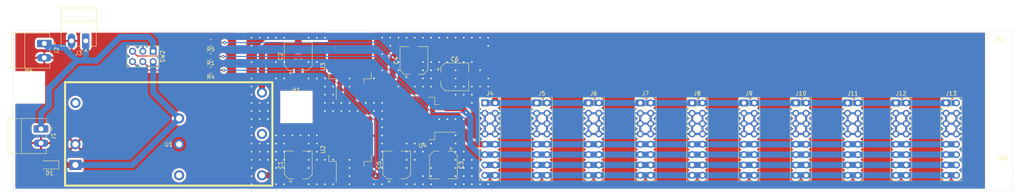
<source format=kicad_pcb>
(kicad_pcb (version 20171130) (host pcbnew "(5.1.4)-1")
  (layers (0 F.Cu signal) (31 B.Cu signal) (34 B.Paste user) (35 F.Paste user) (36 B.SilkS user) (37 F.SilkS user) (38 B.Mask user) (39 F.Mask user) (44 Edge.Cuts user))
  (net 0 "")
  (net 1 0V)
  (net 2 +12V)
  (net 3 -12V)
  (net 4 GND)
  (net 5 "Net-(J1-Pad1)")
  (net 6 "Net-(R1-Pad2)")
  (net 7 +5V)
  (net 8 Gate)
  (net 9 CV)
  (net 10 +15V)
  (net 11 -15V)
  (net 12 VIN)
  (net 13 "Net-(R4-Pad2)")
  (net 14 "Net-(R5-Pad2)")
  (module Package_TO_SOT_SMD:TO-263-2 (layer F.Cu) (at 126.83 73.92 180)
    (fp_text reference U4 (at 0 -6.65) (layer F.SilkS))
    (fp_text value LM7805_TO220)
    (pad 2 smd rect (at 3.375 0 180) (size 9.4 10.8) (layers F.Cu F.Mask) (net 1 0V))
    (pad 3 smd rect (at -5.775 2.54 180) (size 4.6 1.1) (layers F.Cu F.Paste F.Mask) (net 7 +5V))
    (pad 1 smd rect (at -5.775 -2.54 180) (size 4.6 1.1) (layers F.Cu F.Paste F.Mask) (net 2 +12V))
  )
  (module Package_TO_SOT_SMD:TO-263-2 (layer F.Cu) (at 109.05 61.22 90)
    (fp_text reference U3 (at 0 -6.65 90) (layer F.SilkS))
    (fp_text value LM7912_TO220)
    (pad 2 smd rect (at 3.375 0 90) (size 9.4 10.8) (layers F.Cu F.Mask) (net 11 -15V))
    (pad 3 smd rect (at -5.775 2.54 90) (size 4.6 1.1) (layers F.Cu F.Paste F.Mask) (net 3 -12V))
    (pad 1 smd rect (at -5.775 -2.54 90) (size 4.6 1.1) (layers F.Cu F.Paste F.Mask) (net 1 0V))
  )
  (module Package_TO_SOT_SMD:TO-263-2 (layer F.Cu) (at 109.05 81.54 90)
    (fp_text reference U2 (at 0 -6.65 90) (layer F.SilkS))
    (fp_text value LM7812_TO220)
    (pad 2 smd rect (at 3.375 0 90) (size 9.4 10.8) (layers F.Cu F.Mask) (net 1 0V))
    (pad 3 smd rect (at -5.775 2.54 90) (size 4.6 1.1) (layers F.Cu F.Paste F.Mask) (net 2 +12V))
    (pad 1 smd rect (at -5.775 -2.54 90) (size 4.6 1.1) (layers F.Cu F.Paste F.Mask) (net 10 +15V))
  )
  (module Resistor_SMD:R_0805_2012Metric_Pad1.15x1.40mm_HandSolder (layer F.Cu) (at 74.9 55.29 180)
    (fp_text reference R5 (at 0 -1.65) (layer F.SilkS))
    (fp_text value R)
    (pad 2 smd roundrect (at 1.025 0 180) (size 1.15 1.4) (layers F.Cu F.Paste F.Mask) (roundrect_rratio 0.217391) (net 14 "Net-(R5-Pad2)"))
    (pad 1 smd roundrect (at -1.025 0 180) (size 1.15 1.4) (layers F.Cu F.Paste F.Mask) (roundrect_rratio 0.217391) (net 3 -12V))
  )
  (module Resistor_SMD:R_0805_2012Metric_Pad1.15x1.40mm_HandSolder (layer F.Cu) (at 74.9 62.09 180)
    (fp_text reference R4 (at 0 -1.65) (layer F.SilkS))
    (fp_text value R)
    (pad 2 smd roundrect (at 1.025 0 180) (size 1.15 1.4) (layers F.Cu F.Paste F.Mask) (roundrect_rratio 0.217391) (net 13 "Net-(R4-Pad2)"))
    (pad 1 smd roundrect (at -1.025 0 180) (size 1.15 1.4) (layers F.Cu F.Paste F.Mask) (roundrect_rratio 0.217391) (net 2 +12V))
  )
  (module Resistor_SMD:R_0805_2012Metric_Pad1.15x1.40mm_HandSolder (layer F.Cu) (at 74.9 58.69 180)
    (fp_text reference R1 (at 0 -1.65) (layer F.SilkS))
    (fp_text value R)
    (pad 2 smd roundrect (at 1.025 0 180) (size 1.15 1.4) (layers F.Cu F.Paste F.Mask) (roundrect_rratio 0.217391) (net 6 "Net-(R1-Pad2)"))
    (pad 1 smd roundrect (at -1.025 0 180) (size 1.15 1.4) (layers F.Cu F.Paste F.Mask) (roundrect_rratio 0.217391) (net 7 +5V))
  )
  (module Diode_SMD:D_SOD-123 (layer F.Cu) (at 35.39 85.35 180)
    (fp_text reference D1 (at 0 -2) (layer F.SilkS))
    (fp_text value 1N5406RLG)
    (pad 2 smd rect (at 1.65 0 180) (size 0.9 1.2) (layers F.Cu F.Paste F.Mask) (net 4 GND))
    (pad 1 smd rect (at -1.65 0 180) (size 0.9 1.2) (layers F.Cu F.Paste F.Mask) (net 12 VIN))
  )
  (module Capacitor_SMD:CP_Elec_6.3x4.9 (layer F.Cu) (at 134.7 63.69)
    (fp_text reference C6 (at 0 -4.35) (layer F.SilkS))
    (fp_text value 330n)
    (pad 2 smd roundrect (at 2.8 0) (size 3.5 1.6) (layers F.Cu F.Paste F.Mask) (roundrect_rratio 0.15625) (net 1 0V))
    (pad 1 smd roundrect (at -2.8 0) (size 3.5 1.6) (layers F.Cu F.Paste F.Mask) (roundrect_rratio 0.15625) (net 7 +5V))
  )
  (module Capacitor_SMD:CP_Elec_6.3x4.9 (layer F.Cu) (at 120.48 85.35 90)
    (fp_text reference C5 (at 0 -4.35 90) (layer F.SilkS))
    (fp_text value 330n)
    (pad 2 smd roundrect (at 2.8 0 90) (size 3.5 1.6) (layers F.Cu F.Paste F.Mask) (roundrect_rratio 0.15625) (net 1 0V))
    (pad 1 smd roundrect (at -2.8 0 90) (size 3.5 1.6) (layers F.Cu F.Paste F.Mask) (roundrect_rratio 0.15625) (net 2 +12V))
  )
  (module Capacitor_SMD:CP_Elec_6.3x4.9 (layer F.Cu) (at 124.7 59.69 90)
    (fp_text reference C4 (at 0 -4.35 90) (layer F.SilkS))
    (fp_text value 330n)
    (pad 2 smd roundrect (at 2.8 0 90) (size 3.5 1.6) (layers F.Cu F.Paste F.Mask) (roundrect_rratio 0.15625) (net 3 -12V))
    (pad 1 smd roundrect (at -2.8 0 90) (size 3.5 1.6) (layers F.Cu F.Paste F.Mask) (roundrect_rratio 0.15625) (net 1 0V))
  )
  (module Capacitor_SMD:CP_Elec_6.3x4.9 (layer F.Cu) (at 131.91 85.35 270)
    (fp_text reference C3 (at 0 -4.35 90) (layer F.SilkS))
    (fp_text value 330n)
    (pad 2 smd roundrect (at 2.8 0 270) (size 3.5 1.6) (layers F.Cu F.Paste F.Mask) (roundrect_rratio 0.15625) (net 1 0V))
    (pad 1 smd roundrect (at -2.8 0 270) (size 3.5 1.6) (layers F.Cu F.Paste F.Mask) (roundrect_rratio 0.15625) (net 2 +12V))
  )
  (module Capacitor_SMD:CP_Elec_6.3x4.9 (layer F.Cu) (at 96.35 58.68 90)
    (fp_text reference C2 (at 0 -4.35 90) (layer F.SilkS))
    (fp_text value 330n)
    (pad 2 smd roundrect (at 2.8 0 90) (size 3.5 1.6) (layers F.Cu F.Paste F.Mask) (roundrect_rratio 0.15625) (net 11 -15V))
    (pad 1 smd roundrect (at -2.8 0 90) (size 3.5 1.6) (layers F.Cu F.Paste F.Mask) (roundrect_rratio 0.15625) (net 1 0V))
  )
  (module Capacitor_SMD:CP_Elec_6.3x4.9 (layer F.Cu) (at 96.35 85.35 90)
    (fp_text reference C1 (at 0 -4.35 90) (layer F.SilkS))
    (fp_text value 330n)
    (pad 2 smd roundrect (at 2.8 0 90) (size 3.5 1.6) (layers F.Cu F.Paste F.Mask) (roundrect_rratio 0.15625) (net 1 0V))
    (pad 1 smd roundrect (at -2.8 0 90) (size 3.5 1.6) (layers F.Cu F.Paste F.Mask) (roundrect_rratio 0.15625) (net 10 +15V))
  )
  (module Connector_PinHeader_2.54mm:PinHeader_2x03_P2.54mm_Vertical (layer F.Cu) (at 60.79 57.41 270)
    (fp_text reference SW2 (at 1.27 -2.33 90) (layer F.SilkS))
    (fp_text value Conn_02x03_Odd_Even)
    (pad 6 thru_hole oval (at 2.54 5.08 270) (size 1.7 1.7) (drill 1) (layers *.Cu *.Mask) (net 13 "Net-(R4-Pad2)"))
    (pad 5 thru_hole oval (at 0 5.08 270) (size 1.7 1.7) (drill 1) (layers *.Cu *.Mask) (net 14 "Net-(R5-Pad2)"))
    (pad 4 thru_hole oval (at 2.54 2.54 270) (size 1.7 1.7) (drill 1) (layers *.Cu *.Mask) (net 6 "Net-(R1-Pad2)"))
    (pad 3 thru_hole oval (at 0 2.54 270) (size 1.7 1.7) (drill 1) (layers *.Cu *.Mask) (net 1 0V))
    (pad 2 thru_hole oval (at 2.54 0 270) (size 1.7 1.7) (drill 1) (layers *.Cu *.Mask) (net 12 VIN))
    (pad 1 thru_hole rect (at 0 0 270) (size 1.7 1.7) (drill 1) (layers *.Cu *.Mask) (net 5 "Net-(J1-Pad1)"))
  )
  (module MountingHole:MountingHole_3.2mm_M3 (layer F.Cu) (at 30.31 66.3)
    (fp_text reference H4 (at 0 -4.2) (layer F.SilkS))
    (fp_text value MountingHole)
    (pad 1 np_thru_hole circle (at 0 0) (size 3.2 3.2) (drill 3.2) (layers *.Cu *.Mask))
  )
  (module MountingHole:MountingHole_3.2mm_M3 (layer F.Cu) (at 269.07 87.89)
    (fp_text reference H3 (at 0 -4.2) (layer F.SilkS))
    (fp_text value MountingHole)
    (pad 1 np_thru_hole circle (at 0 0) (size 3.2 3.2) (drill 3.2) (layers *.Cu *.Mask))
  )
  (module MountingHole:MountingHole_3.2mm_M3 (layer F.Cu) (at 268.435 58.68)
    (fp_text reference H2 (at 0 -4.2) (layer F.SilkS))
    (fp_text value MountingHole)
    (pad 1 np_thru_hole circle (at 0 0) (size 3.2 3.2) (drill 3.2) (layers *.Cu *.Mask))
  )
  (module MountingHole:MountingHole_3.2mm_M3 (layer F.Cu) (at 95.9 71.09)
    (fp_text reference H1 (at 0 -4.2) (layer F.SilkS))
    (fp_text value MountingHole)
    (pad 1 np_thru_hole circle (at 0 0) (size 3.2 3.2) (drill 3.2) (layers *.Cu *.Mask))
  )
  (module Connector_Phoenix_MC:PhoenixContact_MC_1,5_2-G-3.5_1x02_P3.50mm_Horizontal (layer F.Cu) (at 44.28 54.87 180)
    (fp_text reference J3 (at 1.75 -3) (layer F.SilkS))
    (fp_text value Conn_01x02_Male)
    (pad 2 thru_hole oval (at 3.5 0 180) (size 1.8 3.6) (drill 1.2) (layers *.Cu *.Mask) (net 4 GND))
    (pad 1 thru_hole roundrect (at 0 0 180) (size 1.8 3.6) (drill 1.2) (layers *.Cu *.Mask) (roundrect_rratio 0.138889) (net 5 "Net-(J1-Pad1)"))
  )
  (module Connector_Phoenix_MC:PhoenixContact_MC_1,5_2-G-3.5_1x02_P3.50mm_Horizontal (layer F.Cu) (at 34.12 55.505 270)
    (fp_text reference J2 (at 1.75 -3 90) (layer F.SilkS))
    (fp_text value Conn_01x02_Male)
    (pad 2 thru_hole oval (at 3.5 0 270) (size 1.8 3.6) (drill 1.2) (layers *.Cu *.Mask) (net 4 GND))
    (pad 1 thru_hole roundrect (at 0 0 270) (size 1.8 3.6) (drill 1.2) (layers *.Cu *.Mask) (roundrect_rratio 0.138889) (net 5 "Net-(J1-Pad1)"))
  )
  (module Connector_Phoenix_MC:PhoenixContact_MC_1,5_2-G-3.5_1x02_P3.50mm_Horizontal (layer F.Cu) (at 33.3 76.49 270)
    (fp_text reference J1 (at 1.75 -3 90) (layer F.SilkS))
    (fp_text value Conn_01x02_Male)
    (pad 2 thru_hole oval (at 3.5 0 270) (size 1.8 3.6) (drill 1.2) (layers *.Cu *.Mask) (net 4 GND))
    (pad 1 thru_hole roundrect (at 0 0 270) (size 1.8 3.6) (drill 1.2) (layers *.Cu *.Mask) (roundrect_rratio 0.138889) (net 5 "Net-(J1-Pad1)"))
  )
  (module Connector_PinHeader_2.54mm:PinHeader_2x08_P2.54mm_Vertical (layer F.Cu) (at 255.1 70.11)
    (fp_text reference J13 (at 1.27 -2.33) (layer F.SilkS))
    (fp_text value Conn_02x08_Odd_Even)
    (pad 16 thru_hole oval (at 2.54 17.78) (size 1.7 1.7) (drill 1) (layers *.Cu *.Mask) (net 8 Gate))
    (pad 15 thru_hole oval (at 0 17.78) (size 1.7 1.7) (drill 1) (layers *.Cu *.Mask) (net 8 Gate))
    (pad 14 thru_hole oval (at 2.54 15.24) (size 1.7 1.7) (drill 1) (layers *.Cu *.Mask) (net 9 CV))
    (pad 13 thru_hole oval (at 0 15.24) (size 1.7 1.7) (drill 1) (layers *.Cu *.Mask) (net 9 CV))
    (pad 12 thru_hole oval (at 2.54 12.7) (size 1.7 1.7) (drill 1) (layers *.Cu *.Mask) (net 7 +5V))
    (pad 11 thru_hole oval (at 0 12.7) (size 1.7 1.7) (drill 1) (layers *.Cu *.Mask) (net 7 +5V))
    (pad 10 thru_hole oval (at 2.54 10.16) (size 1.7 1.7) (drill 1) (layers *.Cu *.Mask) (net 2 +12V))
    (pad 9 thru_hole oval (at 0 10.16) (size 1.7 1.7) (drill 1) (layers *.Cu *.Mask) (net 2 +12V))
    (pad 8 thru_hole oval (at 2.54 7.62) (size 1.7 1.7) (drill 1) (layers *.Cu *.Mask) (net 1 0V))
    (pad 7 thru_hole oval (at 0 7.62) (size 1.7 1.7) (drill 1) (layers *.Cu *.Mask) (net 1 0V))
    (pad 6 thru_hole oval (at 2.54 5.08) (size 1.7 1.7) (drill 1) (layers *.Cu *.Mask) (net 1 0V))
    (pad 5 thru_hole oval (at 0 5.08) (size 1.7 1.7) (drill 1) (layers *.Cu *.Mask) (net 1 0V))
    (pad 4 thru_hole oval (at 2.54 2.54) (size 1.7 1.7) (drill 1) (layers *.Cu *.Mask) (net 1 0V))
    (pad 3 thru_hole oval (at 0 2.54) (size 1.7 1.7) (drill 1) (layers *.Cu *.Mask) (net 1 0V))
    (pad 2 thru_hole oval (at 2.54 0) (size 1.7 1.7) (drill 1) (layers *.Cu *.Mask) (net 3 -12V))
    (pad 1 thru_hole rect (at 0 0) (size 1.7 1.7) (drill 1) (layers *.Cu *.Mask) (net 3 -12V))
  )
  (module Connector_PinHeader_2.54mm:PinHeader_2x08_P2.54mm_Vertical (layer F.Cu) (at 242.804759 70.11)
    (fp_text reference J12 (at 1.27 -2.33) (layer F.SilkS))
    (fp_text value Conn_02x08_Odd_Even)
    (pad 16 thru_hole oval (at 2.54 17.78) (size 1.7 1.7) (drill 1) (layers *.Cu *.Mask) (net 8 Gate))
    (pad 15 thru_hole oval (at 0 17.78) (size 1.7 1.7) (drill 1) (layers *.Cu *.Mask) (net 8 Gate))
    (pad 14 thru_hole oval (at 2.54 15.24) (size 1.7 1.7) (drill 1) (layers *.Cu *.Mask) (net 9 CV))
    (pad 13 thru_hole oval (at 0 15.24) (size 1.7 1.7) (drill 1) (layers *.Cu *.Mask) (net 9 CV))
    (pad 12 thru_hole oval (at 2.54 12.7) (size 1.7 1.7) (drill 1) (layers *.Cu *.Mask) (net 7 +5V))
    (pad 11 thru_hole oval (at 0 12.7) (size 1.7 1.7) (drill 1) (layers *.Cu *.Mask) (net 7 +5V))
    (pad 10 thru_hole oval (at 2.54 10.16) (size 1.7 1.7) (drill 1) (layers *.Cu *.Mask) (net 2 +12V))
    (pad 9 thru_hole oval (at 0 10.16) (size 1.7 1.7) (drill 1) (layers *.Cu *.Mask) (net 2 +12V))
    (pad 8 thru_hole oval (at 2.54 7.62) (size 1.7 1.7) (drill 1) (layers *.Cu *.Mask) (net 1 0V))
    (pad 7 thru_hole oval (at 0 7.62) (size 1.7 1.7) (drill 1) (layers *.Cu *.Mask) (net 1 0V))
    (pad 6 thru_hole oval (at 2.54 5.08) (size 1.7 1.7) (drill 1) (layers *.Cu *.Mask) (net 1 0V))
    (pad 5 thru_hole oval (at 0 5.08) (size 1.7 1.7) (drill 1) (layers *.Cu *.Mask) (net 1 0V))
    (pad 4 thru_hole oval (at 2.54 2.54) (size 1.7 1.7) (drill 1) (layers *.Cu *.Mask) (net 1 0V))
    (pad 3 thru_hole oval (at 0 2.54) (size 1.7 1.7) (drill 1) (layers *.Cu *.Mask) (net 1 0V))
    (pad 2 thru_hole oval (at 2.54 0) (size 1.7 1.7) (drill 1) (layers *.Cu *.Mask) (net 3 -12V))
    (pad 1 thru_hole rect (at 0 0) (size 1.7 1.7) (drill 1) (layers *.Cu *.Mask) (net 3 -12V))
  )
  (module Connector_PinHeader_2.54mm:PinHeader_2x08_P2.54mm_Vertical (layer F.Cu) (at 230.97 70.11)
    (fp_text reference J11 (at 1.27 -2.33) (layer F.SilkS))
    (fp_text value Conn_02x08_Odd_Even)
    (pad 16 thru_hole oval (at 2.54 17.78) (size 1.7 1.7) (drill 1) (layers *.Cu *.Mask) (net 8 Gate))
    (pad 15 thru_hole oval (at 0 17.78) (size 1.7 1.7) (drill 1) (layers *.Cu *.Mask) (net 8 Gate))
    (pad 14 thru_hole oval (at 2.54 15.24) (size 1.7 1.7) (drill 1) (layers *.Cu *.Mask) (net 9 CV))
    (pad 13 thru_hole oval (at 0 15.24) (size 1.7 1.7) (drill 1) (layers *.Cu *.Mask) (net 9 CV))
    (pad 12 thru_hole oval (at 2.54 12.7) (size 1.7 1.7) (drill 1) (layers *.Cu *.Mask) (net 7 +5V))
    (pad 11 thru_hole oval (at 0 12.7) (size 1.7 1.7) (drill 1) (layers *.Cu *.Mask) (net 7 +5V))
    (pad 10 thru_hole oval (at 2.54 10.16) (size 1.7 1.7) (drill 1) (layers *.Cu *.Mask) (net 2 +12V))
    (pad 9 thru_hole oval (at 0 10.16) (size 1.7 1.7) (drill 1) (layers *.Cu *.Mask) (net 2 +12V))
    (pad 8 thru_hole oval (at 2.54 7.62) (size 1.7 1.7) (drill 1) (layers *.Cu *.Mask) (net 1 0V))
    (pad 7 thru_hole oval (at 0 7.62) (size 1.7 1.7) (drill 1) (layers *.Cu *.Mask) (net 1 0V))
    (pad 6 thru_hole oval (at 2.54 5.08) (size 1.7 1.7) (drill 1) (layers *.Cu *.Mask) (net 1 0V))
    (pad 5 thru_hole oval (at 0 5.08) (size 1.7 1.7) (drill 1) (layers *.Cu *.Mask) (net 1 0V))
    (pad 4 thru_hole oval (at 2.54 2.54) (size 1.7 1.7) (drill 1) (layers *.Cu *.Mask) (net 1 0V))
    (pad 3 thru_hole oval (at 0 2.54) (size 1.7 1.7) (drill 1) (layers *.Cu *.Mask) (net 1 0V))
    (pad 2 thru_hole oval (at 2.54 0) (size 1.7 1.7) (drill 1) (layers *.Cu *.Mask) (net 3 -12V))
    (pad 1 thru_hole rect (at 0 0) (size 1.7 1.7) (drill 1) (layers *.Cu *.Mask) (net 3 -12V))
  )
  (module Connector_PinHeader_2.54mm:PinHeader_2x08_P2.54mm_Vertical (layer F.Cu) (at 218.27 70.11)
    (fp_text reference J10 (at 1.27 -2.33) (layer F.SilkS))
    (fp_text value Conn_02x08_Odd_Even)
    (pad 16 thru_hole oval (at 2.54 17.78) (size 1.7 1.7) (drill 1) (layers *.Cu *.Mask) (net 8 Gate))
    (pad 15 thru_hole oval (at 0 17.78) (size 1.7 1.7) (drill 1) (layers *.Cu *.Mask) (net 8 Gate))
    (pad 14 thru_hole oval (at 2.54 15.24) (size 1.7 1.7) (drill 1) (layers *.Cu *.Mask) (net 9 CV))
    (pad 13 thru_hole oval (at 0 15.24) (size 1.7 1.7) (drill 1) (layers *.Cu *.Mask) (net 9 CV))
    (pad 12 thru_hole oval (at 2.54 12.7) (size 1.7 1.7) (drill 1) (layers *.Cu *.Mask) (net 7 +5V))
    (pad 11 thru_hole oval (at 0 12.7) (size 1.7 1.7) (drill 1) (layers *.Cu *.Mask) (net 7 +5V))
    (pad 10 thru_hole oval (at 2.54 10.16) (size 1.7 1.7) (drill 1) (layers *.Cu *.Mask) (net 2 +12V))
    (pad 9 thru_hole oval (at 0 10.16) (size 1.7 1.7) (drill 1) (layers *.Cu *.Mask) (net 2 +12V))
    (pad 8 thru_hole oval (at 2.54 7.62) (size 1.7 1.7) (drill 1) (layers *.Cu *.Mask) (net 1 0V))
    (pad 7 thru_hole oval (at 0 7.62) (size 1.7 1.7) (drill 1) (layers *.Cu *.Mask) (net 1 0V))
    (pad 6 thru_hole oval (at 2.54 5.08) (size 1.7 1.7) (drill 1) (layers *.Cu *.Mask) (net 1 0V))
    (pad 5 thru_hole oval (at 0 5.08) (size 1.7 1.7) (drill 1) (layers *.Cu *.Mask) (net 1 0V))
    (pad 4 thru_hole oval (at 2.54 2.54) (size 1.7 1.7) (drill 1) (layers *.Cu *.Mask) (net 1 0V))
    (pad 3 thru_hole oval (at 0 2.54) (size 1.7 1.7) (drill 1) (layers *.Cu *.Mask) (net 1 0V))
    (pad 2 thru_hole oval (at 2.54 0) (size 1.7 1.7) (drill 1) (layers *.Cu *.Mask) (net 3 -12V))
    (pad 1 thru_hole rect (at 0 0) (size 1.7 1.7) (drill 1) (layers *.Cu *.Mask) (net 3 -12V))
  )
  (module Connector_PinHeader_2.54mm:PinHeader_2x08_P2.54mm_Vertical (layer F.Cu) (at 205.57 70.11)
    (fp_text reference J9 (at 1.27 -2.33) (layer F.SilkS))
    (fp_text value Conn_02x08_Odd_Even)
    (pad 16 thru_hole oval (at 2.54 17.78) (size 1.7 1.7) (drill 1) (layers *.Cu *.Mask) (net 8 Gate))
    (pad 15 thru_hole oval (at 0 17.78) (size 1.7 1.7) (drill 1) (layers *.Cu *.Mask) (net 8 Gate))
    (pad 14 thru_hole oval (at 2.54 15.24) (size 1.7 1.7) (drill 1) (layers *.Cu *.Mask) (net 9 CV))
    (pad 13 thru_hole oval (at 0 15.24) (size 1.7 1.7) (drill 1) (layers *.Cu *.Mask) (net 9 CV))
    (pad 12 thru_hole oval (at 2.54 12.7) (size 1.7 1.7) (drill 1) (layers *.Cu *.Mask) (net 7 +5V))
    (pad 11 thru_hole oval (at 0 12.7) (size 1.7 1.7) (drill 1) (layers *.Cu *.Mask) (net 7 +5V))
    (pad 10 thru_hole oval (at 2.54 10.16) (size 1.7 1.7) (drill 1) (layers *.Cu *.Mask) (net 2 +12V))
    (pad 9 thru_hole oval (at 0 10.16) (size 1.7 1.7) (drill 1) (layers *.Cu *.Mask) (net 2 +12V))
    (pad 8 thru_hole oval (at 2.54 7.62) (size 1.7 1.7) (drill 1) (layers *.Cu *.Mask) (net 1 0V))
    (pad 7 thru_hole oval (at 0 7.62) (size 1.7 1.7) (drill 1) (layers *.Cu *.Mask) (net 1 0V))
    (pad 6 thru_hole oval (at 2.54 5.08) (size 1.7 1.7) (drill 1) (layers *.Cu *.Mask) (net 1 0V))
    (pad 5 thru_hole oval (at 0 5.08) (size 1.7 1.7) (drill 1) (layers *.Cu *.Mask) (net 1 0V))
    (pad 4 thru_hole oval (at 2.54 2.54) (size 1.7 1.7) (drill 1) (layers *.Cu *.Mask) (net 1 0V))
    (pad 3 thru_hole oval (at 0 2.54) (size 1.7 1.7) (drill 1) (layers *.Cu *.Mask) (net 1 0V))
    (pad 2 thru_hole oval (at 2.54 0) (size 1.7 1.7) (drill 1) (layers *.Cu *.Mask) (net 3 -12V))
    (pad 1 thru_hole rect (at 0 0) (size 1.7 1.7) (drill 1) (layers *.Cu *.Mask) (net 3 -12V))
  )
  (module Connector_PinHeader_2.54mm:PinHeader_2x08_P2.54mm_Vertical (layer F.Cu) (at 192.87 70.11)
    (fp_text reference J8 (at 1.27 -2.33) (layer F.SilkS))
    (fp_text value Conn_02x08_Odd_Even)
    (pad 16 thru_hole oval (at 2.54 17.78) (size 1.7 1.7) (drill 1) (layers *.Cu *.Mask) (net 8 Gate))
    (pad 15 thru_hole oval (at 0 17.78) (size 1.7 1.7) (drill 1) (layers *.Cu *.Mask) (net 8 Gate))
    (pad 14 thru_hole oval (at 2.54 15.24) (size 1.7 1.7) (drill 1) (layers *.Cu *.Mask) (net 9 CV))
    (pad 13 thru_hole oval (at 0 15.24) (size 1.7 1.7) (drill 1) (layers *.Cu *.Mask) (net 9 CV))
    (pad 12 thru_hole oval (at 2.54 12.7) (size 1.7 1.7) (drill 1) (layers *.Cu *.Mask) (net 7 +5V))
    (pad 11 thru_hole oval (at 0 12.7) (size 1.7 1.7) (drill 1) (layers *.Cu *.Mask) (net 7 +5V))
    (pad 10 thru_hole oval (at 2.54 10.16) (size 1.7 1.7) (drill 1) (layers *.Cu *.Mask) (net 2 +12V))
    (pad 9 thru_hole oval (at 0 10.16) (size 1.7 1.7) (drill 1) (layers *.Cu *.Mask) (net 2 +12V))
    (pad 8 thru_hole oval (at 2.54 7.62) (size 1.7 1.7) (drill 1) (layers *.Cu *.Mask) (net 1 0V))
    (pad 7 thru_hole oval (at 0 7.62) (size 1.7 1.7) (drill 1) (layers *.Cu *.Mask) (net 1 0V))
    (pad 6 thru_hole oval (at 2.54 5.08) (size 1.7 1.7) (drill 1) (layers *.Cu *.Mask) (net 1 0V))
    (pad 5 thru_hole oval (at 0 5.08) (size 1.7 1.7) (drill 1) (layers *.Cu *.Mask) (net 1 0V))
    (pad 4 thru_hole oval (at 2.54 2.54) (size 1.7 1.7) (drill 1) (layers *.Cu *.Mask) (net 1 0V))
    (pad 3 thru_hole oval (at 0 2.54) (size 1.7 1.7) (drill 1) (layers *.Cu *.Mask) (net 1 0V))
    (pad 2 thru_hole oval (at 2.54 0) (size 1.7 1.7) (drill 1) (layers *.Cu *.Mask) (net 3 -12V))
    (pad 1 thru_hole rect (at 0 0) (size 1.7 1.7) (drill 1) (layers *.Cu *.Mask) (net 3 -12V))
  )
  (module Connector_PinHeader_2.54mm:PinHeader_2x08_P2.54mm_Vertical (layer F.Cu) (at 180.17 70.11)
    (fp_text reference J7 (at 1.27 -2.33) (layer F.SilkS))
    (fp_text value Conn_02x08_Odd_Even)
    (pad 16 thru_hole oval (at 2.54 17.78) (size 1.7 1.7) (drill 1) (layers *.Cu *.Mask) (net 8 Gate))
    (pad 15 thru_hole oval (at 0 17.78) (size 1.7 1.7) (drill 1) (layers *.Cu *.Mask) (net 8 Gate))
    (pad 14 thru_hole oval (at 2.54 15.24) (size 1.7 1.7) (drill 1) (layers *.Cu *.Mask) (net 9 CV))
    (pad 13 thru_hole oval (at 0 15.24) (size 1.7 1.7) (drill 1) (layers *.Cu *.Mask) (net 9 CV))
    (pad 12 thru_hole oval (at 2.54 12.7) (size 1.7 1.7) (drill 1) (layers *.Cu *.Mask) (net 7 +5V))
    (pad 11 thru_hole oval (at 0 12.7) (size 1.7 1.7) (drill 1) (layers *.Cu *.Mask) (net 7 +5V))
    (pad 10 thru_hole oval (at 2.54 10.16) (size 1.7 1.7) (drill 1) (layers *.Cu *.Mask) (net 2 +12V))
    (pad 9 thru_hole oval (at 0 10.16) (size 1.7 1.7) (drill 1) (layers *.Cu *.Mask) (net 2 +12V))
    (pad 8 thru_hole oval (at 2.54 7.62) (size 1.7 1.7) (drill 1) (layers *.Cu *.Mask) (net 1 0V))
    (pad 7 thru_hole oval (at 0 7.62) (size 1.7 1.7) (drill 1) (layers *.Cu *.Mask) (net 1 0V))
    (pad 6 thru_hole oval (at 2.54 5.08) (size 1.7 1.7) (drill 1) (layers *.Cu *.Mask) (net 1 0V))
    (pad 5 thru_hole oval (at 0 5.08) (size 1.7 1.7) (drill 1) (layers *.Cu *.Mask) (net 1 0V))
    (pad 4 thru_hole oval (at 2.54 2.54) (size 1.7 1.7) (drill 1) (layers *.Cu *.Mask) (net 1 0V))
    (pad 3 thru_hole oval (at 0 2.54) (size 1.7 1.7) (drill 1) (layers *.Cu *.Mask) (net 1 0V))
    (pad 2 thru_hole oval (at 2.54 0) (size 1.7 1.7) (drill 1) (layers *.Cu *.Mask) (net 3 -12V))
    (pad 1 thru_hole rect (at 0 0) (size 1.7 1.7) (drill 1) (layers *.Cu *.Mask) (net 3 -12V))
  )
  (module Connector_PinHeader_2.54mm:PinHeader_2x08_P2.54mm_Vertical (layer F.Cu) (at 167.47 70.11)
    (fp_text reference J6 (at 1.27 -2.33) (layer F.SilkS))
    (fp_text value Conn_02x08_Odd_Even)
    (pad 16 thru_hole oval (at 2.54 17.78) (size 1.7 1.7) (drill 1) (layers *.Cu *.Mask) (net 8 Gate))
    (pad 15 thru_hole oval (at 0 17.78) (size 1.7 1.7) (drill 1) (layers *.Cu *.Mask) (net 8 Gate))
    (pad 14 thru_hole oval (at 2.54 15.24) (size 1.7 1.7) (drill 1) (layers *.Cu *.Mask) (net 9 CV))
    (pad 13 thru_hole oval (at 0 15.24) (size 1.7 1.7) (drill 1) (layers *.Cu *.Mask) (net 9 CV))
    (pad 12 thru_hole oval (at 2.54 12.7) (size 1.7 1.7) (drill 1) (layers *.Cu *.Mask) (net 7 +5V))
    (pad 11 thru_hole oval (at 0 12.7) (size 1.7 1.7) (drill 1) (layers *.Cu *.Mask) (net 7 +5V))
    (pad 10 thru_hole oval (at 2.54 10.16) (size 1.7 1.7) (drill 1) (layers *.Cu *.Mask) (net 2 +12V))
    (pad 9 thru_hole oval (at 0 10.16) (size 1.7 1.7) (drill 1) (layers *.Cu *.Mask) (net 2 +12V))
    (pad 8 thru_hole oval (at 2.54 7.62) (size 1.7 1.7) (drill 1) (layers *.Cu *.Mask) (net 1 0V))
    (pad 7 thru_hole oval (at 0 7.62) (size 1.7 1.7) (drill 1) (layers *.Cu *.Mask) (net 1 0V))
    (pad 6 thru_hole oval (at 2.54 5.08) (size 1.7 1.7) (drill 1) (layers *.Cu *.Mask) (net 1 0V))
    (pad 5 thru_hole oval (at 0 5.08) (size 1.7 1.7) (drill 1) (layers *.Cu *.Mask) (net 1 0V))
    (pad 4 thru_hole oval (at 2.54 2.54) (size 1.7 1.7) (drill 1) (layers *.Cu *.Mask) (net 1 0V))
    (pad 3 thru_hole oval (at 0 2.54) (size 1.7 1.7) (drill 1) (layers *.Cu *.Mask) (net 1 0V))
    (pad 2 thru_hole oval (at 2.54 0) (size 1.7 1.7) (drill 1) (layers *.Cu *.Mask) (net 3 -12V))
    (pad 1 thru_hole rect (at 0 0) (size 1.7 1.7) (drill 1) (layers *.Cu *.Mask) (net 3 -12V))
  )
  (module Connector_PinHeader_2.54mm:PinHeader_2x08_P2.54mm_Vertical (layer F.Cu) (at 154.77 70.11)
    (fp_text reference J5 (at 1.27 -2.33) (layer F.SilkS))
    (fp_text value Conn_02x08_Odd_Even)
    (pad 16 thru_hole oval (at 2.54 17.78) (size 1.7 1.7) (drill 1) (layers *.Cu *.Mask) (net 8 Gate))
    (pad 15 thru_hole oval (at 0 17.78) (size 1.7 1.7) (drill 1) (layers *.Cu *.Mask) (net 8 Gate))
    (pad 14 thru_hole oval (at 2.54 15.24) (size 1.7 1.7) (drill 1) (layers *.Cu *.Mask) (net 9 CV))
    (pad 13 thru_hole oval (at 0 15.24) (size 1.7 1.7) (drill 1) (layers *.Cu *.Mask) (net 9 CV))
    (pad 12 thru_hole oval (at 2.54 12.7) (size 1.7 1.7) (drill 1) (layers *.Cu *.Mask) (net 7 +5V))
    (pad 11 thru_hole oval (at 0 12.7) (size 1.7 1.7) (drill 1) (layers *.Cu *.Mask) (net 7 +5V))
    (pad 10 thru_hole oval (at 2.54 10.16) (size 1.7 1.7) (drill 1) (layers *.Cu *.Mask) (net 2 +12V))
    (pad 9 thru_hole oval (at 0 10.16) (size 1.7 1.7) (drill 1) (layers *.Cu *.Mask) (net 2 +12V))
    (pad 8 thru_hole oval (at 2.54 7.62) (size 1.7 1.7) (drill 1) (layers *.Cu *.Mask) (net 1 0V))
    (pad 7 thru_hole oval (at 0 7.62) (size 1.7 1.7) (drill 1) (layers *.Cu *.Mask) (net 1 0V))
    (pad 6 thru_hole oval (at 2.54 5.08) (size 1.7 1.7) (drill 1) (layers *.Cu *.Mask) (net 1 0V))
    (pad 5 thru_hole oval (at 0 5.08) (size 1.7 1.7) (drill 1) (layers *.Cu *.Mask) (net 1 0V))
    (pad 4 thru_hole oval (at 2.54 2.54) (size 1.7 1.7) (drill 1) (layers *.Cu *.Mask) (net 1 0V))
    (pad 3 thru_hole oval (at 0 2.54) (size 1.7 1.7) (drill 1) (layers *.Cu *.Mask) (net 1 0V))
    (pad 2 thru_hole oval (at 2.54 0) (size 1.7 1.7) (drill 1) (layers *.Cu *.Mask) (net 3 -12V))
    (pad 1 thru_hole rect (at 0 0) (size 1.7 1.7) (drill 1) (layers *.Cu *.Mask) (net 3 -12V))
  )
  (module Connector_PinHeader_2.54mm:PinHeader_2x08_P2.54mm_Vertical (layer F.Cu) (at 142.07 70.11)
    (fp_text reference J4 (at 1.27 -2.33) (layer F.SilkS))
    (fp_text value Conn_02x08_Odd_Even)
    (pad 16 thru_hole oval (at 2.54 17.78) (size 1.7 1.7) (drill 1) (layers *.Cu *.Mask) (net 8 Gate))
    (pad 15 thru_hole oval (at 0 17.78) (size 1.7 1.7) (drill 1) (layers *.Cu *.Mask) (net 8 Gate))
    (pad 14 thru_hole oval (at 2.54 15.24) (size 1.7 1.7) (drill 1) (layers *.Cu *.Mask) (net 9 CV))
    (pad 13 thru_hole oval (at 0 15.24) (size 1.7 1.7) (drill 1) (layers *.Cu *.Mask) (net 9 CV))
    (pad 12 thru_hole oval (at 2.54 12.7) (size 1.7 1.7) (drill 1) (layers *.Cu *.Mask) (net 7 +5V))
    (pad 11 thru_hole oval (at 0 12.7) (size 1.7 1.7) (drill 1) (layers *.Cu *.Mask) (net 7 +5V))
    (pad 10 thru_hole oval (at 2.54 10.16) (size 1.7 1.7) (drill 1) (layers *.Cu *.Mask) (net 2 +12V))
    (pad 9 thru_hole oval (at 0 10.16) (size 1.7 1.7) (drill 1) (layers *.Cu *.Mask) (net 2 +12V))
    (pad 8 thru_hole oval (at 2.54 7.62) (size 1.7 1.7) (drill 1) (layers *.Cu *.Mask) (net 1 0V))
    (pad 7 thru_hole oval (at 0 7.62) (size 1.7 1.7) (drill 1) (layers *.Cu *.Mask) (net 1 0V))
    (pad 6 thru_hole oval (at 2.54 5.08) (size 1.7 1.7) (drill 1) (layers *.Cu *.Mask) (net 1 0V))
    (pad 5 thru_hole oval (at 0 5.08) (size 1.7 1.7) (drill 1) (layers *.Cu *.Mask) (net 1 0V))
    (pad 4 thru_hole oval (at 2.54 2.54) (size 1.7 1.7) (drill 1) (layers *.Cu *.Mask) (net 1 0V))
    (pad 3 thru_hole oval (at 0 2.54) (size 1.7 1.7) (drill 1) (layers *.Cu *.Mask) (net 1 0V))
    (pad 2 thru_hole oval (at 2.54 0) (size 1.7 1.7) (drill 1) (layers *.Cu *.Mask) (net 3 -12V))
    (pad 1 thru_hole rect (at 0 0) (size 1.7 1.7) (drill 1) (layers *.Cu *.Mask) (net 3 -12V))
  )
  (module psu:PYBE30 (layer F.Cu) (at 64.6 77.73)
    (fp_text reference U1 (at 0 2.54) (layer F.SilkS))
    (fp_text value PYBE30-Q24-D15)
    (pad e5 thru_hole circle (at 22.86 0) (size 2.5 2.5) (drill 1.5) (layers *.Cu *.Mask))
    (pad 4 thru_hole circle (at 22.86 -10.16) (size 2.5 2.5) (drill 1.5) (layers *.Cu *.Mask) (net 11 -15V))
    (pad 6 thru_hole circle (at 22.86 10.16) (size 2.5 2.5) (drill 1.5) (layers *.Cu *.Mask) (net 10 +15V))
    (pad r3 thru_hole circle (at -22.86 -7.62) (size 2.5 2.5) (drill 1.5) (layers *.Cu *.Mask))
    (pad 2 thru_hole circle (at -22.86 2.54) (size 2.5 2.5) (drill 1.5) (layers *.Cu *.Mask) (net 4 GND))
    (pad 1 thru_hole rect (at -22.86 7.62) (size 3 2.5) (drill 1.5) (layers *.Cu *.Mask) (net 12 VIN))
  )
  (gr_line (start 26.5 52.33) (end 26.5 91.7) (layer Edge.Cuts) (width 0.05))
  (gr_line (start 41.74 52.33) (end 26.5 52.33) (layer Edge.Cuts) (width 0.05))
  (gr_line (start 271.61 91.7) (end 26.5 91.7) (layer Edge.Cuts) (width 0.05))
  (gr_line (start 271.61 52.33) (end 271.61 91.7) (layer Edge.Cuts) (width 0.05))
  (gr_line (start 147.15 52.33) (end 271.61 52.33) (layer Edge.Cuts) (width 0.05))
  (gr_line (start 41.74 52.33) (end 147.15 52.33) (layer Edge.Cuts) (width 0.05))
  (via (at 67.14 87.89) (size 2.5) (drill 1.5) (layers F.Cu B.Cu) (net 0))
  (via (at 84.9 54.09) (size 0.8) (drill 0.4) (layers F.Cu B.Cu) (net 1))
  (via (at 86.9 54.09) (size 0.8) (drill 0.4) (layers F.Cu B.Cu) (net 1))
  (via (at 88.9 54.09) (size 0.8) (drill 0.4) (layers F.Cu B.Cu) (net 1))
  (via (at 90.9 54.09) (size 0.8) (drill 0.4) (layers F.Cu B.Cu) (net 1))
  (via (at 92.9 54.09) (size 0.8) (drill 0.4) (layers F.Cu B.Cu) (net 1))
  (via (at 98.9 54.09) (size 0.8) (drill 0.4) (layers F.Cu B.Cu) (net 1))
  (via (at 100.9 54.09) (size 0.8) (drill 0.4) (layers F.Cu B.Cu) (net 1))
  (via (at 102.9 54.09) (size 0.8) (drill 0.4) (layers F.Cu B.Cu) (net 1))
  (via (at 116.9 54.09) (size 0.8) (drill 0.4) (layers F.Cu B.Cu) (net 1))
  (via (at 118.9 54.09) (size 0.8) (drill 0.4) (layers F.Cu B.Cu) (net 1))
  (via (at 120.9 54.09) (size 0.8) (drill 0.4) (layers F.Cu B.Cu) (net 1))
  (via (at 122.9 54.09) (size 0.8) (drill 0.4) (layers F.Cu B.Cu) (net 1))
  (via (at 124.9 54.09) (size 0.8) (drill 0.4) (layers F.Cu B.Cu) (net 1))
  (via (at 126.9 54.09) (size 0.8) (drill 0.4) (layers F.Cu B.Cu) (net 1))
  (via (at 128.9 54.09) (size 0.8) (drill 0.4) (layers F.Cu B.Cu) (net 1))
  (via (at 130.9 54.09) (size 0.8) (drill 0.4) (layers F.Cu B.Cu) (net 1))
  (via (at 132.9 54.09) (size 0.8) (drill 0.4) (layers F.Cu B.Cu) (net 1))
  (via (at 134.9 54.09) (size 0.8) (drill 0.4) (layers F.Cu B.Cu) (net 1))
  (via (at 136.9 54.09) (size 0.8) (drill 0.4) (layers F.Cu B.Cu) (net 1))
  (via (at 138.9 54.09) (size 0.8) (drill 0.4) (layers F.Cu B.Cu) (net 1))
  (via (at 140.9 54.09) (size 0.8) (drill 0.4) (layers F.Cu B.Cu) (net 1))
  (via (at 142.9 54.09) (size 0.8) (drill 0.4) (layers F.Cu B.Cu) (net 1))
  (via (at 84.9 56.09) (size 0.8) (drill 0.4) (layers F.Cu B.Cu) (net 1))
  (via (at 118.9 56.09) (size 0.8) (drill 0.4) (layers F.Cu B.Cu) (net 1))
  (via (at 142.9 56.09) (size 0.8) (drill 0.4) (layers F.Cu B.Cu) (net 1))
  (via (at 116.9 58.09) (size 0.8) (drill 0.4) (layers F.Cu B.Cu) (net 1))
  (via (at 84.9 60.09) (size 0.8) (drill 0.4) (layers F.Cu B.Cu) (net 1))
  (via (at 90.9 60.09) (size 0.8) (drill 0.4) (layers F.Cu B.Cu) (net 1))
  (via (at 92.9 60.09) (size 0.8) (drill 0.4) (layers F.Cu B.Cu) (net 1))
  (via (at 98.9 60.09) (size 0.8) (drill 0.4) (layers F.Cu B.Cu) (net 1))
  (via (at 100.9 60.09) (size 0.8) (drill 0.4) (layers F.Cu B.Cu) (net 1))
  (via (at 120.9 60.09) (size 0.8) (drill 0.4) (layers F.Cu B.Cu) (net 1))
  (via (at 126.9 60.09) (size 0.8) (drill 0.4) (layers F.Cu B.Cu) (net 1))
  (via (at 128.9 60.09) (size 0.8) (drill 0.4) (layers F.Cu B.Cu) (net 1))
  (via (at 130.9 60.09) (size 0.8) (drill 0.4) (layers F.Cu B.Cu) (net 1))
  (via (at 132.9 60.09) (size 0.8) (drill 0.4) (layers F.Cu B.Cu) (net 1))
  (via (at 134.9 60.09) (size 0.8) (drill 0.4) (layers F.Cu B.Cu) (net 1))
  (via (at 136.9 60.09) (size 0.8) (drill 0.4) (layers F.Cu B.Cu) (net 1))
  (via (at 138.9 60.09) (size 0.8) (drill 0.4) (layers F.Cu B.Cu) (net 1))
  (via (at 116.9 62.09) (size 0.8) (drill 0.4) (layers F.Cu B.Cu) (net 1))
  (via (at 120.9 62.09) (size 0.8) (drill 0.4) (layers F.Cu B.Cu) (net 1))
  (via (at 126.9 62.09) (size 0.8) (drill 0.4) (layers F.Cu B.Cu) (net 1))
  (via (at 128.9 62.09) (size 0.8) (drill 0.4) (layers F.Cu B.Cu) (net 1))
  (via (at 134.9 62.09) (size 0.8) (drill 0.4) (layers F.Cu B.Cu) (net 1))
  (via (at 140.9 62.09) (size 0.8) (drill 0.4) (layers F.Cu B.Cu) (net 1))
  (via (at 84.9 64.09) (size 0.8) (drill 0.4) (layers F.Cu B.Cu) (net 1))
  (via (at 90.9 64.09) (size 0.8) (drill 0.4) (layers F.Cu B.Cu) (net 1))
  (via (at 92.9 64.09) (size 0.8) (drill 0.4) (layers F.Cu B.Cu) (net 1))
  (via (at 98.9 64.09) (size 0.8) (drill 0.4) (layers F.Cu B.Cu) (net 1))
  (via (at 100.9 64.09) (size 0.8) (drill 0.4) (layers F.Cu B.Cu) (net 1))
  (via (at 102.9 64.09) (size 0.8) (drill 0.4) (layers F.Cu B.Cu) (net 1))
  (via (at 108.9 64.09) (size 0.8) (drill 0.4) (layers F.Cu B.Cu) (net 1))
  (via (at 114.9 64.09) (size 0.8) (drill 0.4) (layers F.Cu B.Cu) (net 1))
  (via (at 126.9 64.09) (size 0.8) (drill 0.4) (layers F.Cu B.Cu) (net 1))
  (via (at 128.9 64.09) (size 0.8) (drill 0.4) (layers F.Cu B.Cu) (net 1))
  (via (at 134.9 64.09) (size 0.8) (drill 0.4) (layers F.Cu B.Cu) (net 1))
  (via (at 142.9 64.09) (size 0.8) (drill 0.4) (layers F.Cu B.Cu) (net 1))
  (via (at 84.9 66.09) (size 0.8) (drill 0.4) (layers F.Cu B.Cu) (net 1))
  (via (at 102.9 66.09) (size 0.8) (drill 0.4) (layers F.Cu B.Cu) (net 1))
  (via (at 104.9 66.09) (size 0.8) (drill 0.4) (layers F.Cu B.Cu) (net 1))
  (via (at 108.9 66.09) (size 0.8) (drill 0.4) (layers F.Cu B.Cu) (net 1))
  (via (at 120.9 66.09) (size 0.8) (drill 0.4) (layers F.Cu B.Cu) (net 1))
  (via (at 124.9 66.09) (size 0.8) (drill 0.4) (layers F.Cu B.Cu) (net 1))
  (via (at 126.9 66.09) (size 0.8) (drill 0.4) (layers F.Cu B.Cu) (net 1))
  (via (at 128.9 66.09) (size 0.8) (drill 0.4) (layers F.Cu B.Cu) (net 1))
  (via (at 134.9 66.09) (size 0.8) (drill 0.4) (layers F.Cu B.Cu) (net 1))
  (via (at 136.9 66.09) (size 0.8) (drill 0.4) (layers F.Cu B.Cu) (net 1))
  (via (at 138.9 66.09) (size 0.8) (drill 0.4) (layers F.Cu B.Cu) (net 1))
  (via (at 140.9 66.09) (size 0.8) (drill 0.4) (layers F.Cu B.Cu) (net 1))
  (via (at 142.9 66.09) (size 0.8) (drill 0.4) (layers F.Cu B.Cu) (net 1))
  (via (at 84.9 68.09) (size 0.8) (drill 0.4) (layers F.Cu B.Cu) (net 1))
  (via (at 102.9 68.09) (size 0.8) (drill 0.4) (layers F.Cu B.Cu) (net 1))
  (via (at 104.9 68.09) (size 0.8) (drill 0.4) (layers F.Cu B.Cu) (net 1))
  (via (at 134.9 68.09) (size 0.8) (drill 0.4) (layers F.Cu B.Cu) (net 1))
  (via (at 136.9 68.09) (size 0.8) (drill 0.4) (layers F.Cu B.Cu) (net 1))
  (via (at 138.9 68.09) (size 0.8) (drill 0.4) (layers F.Cu B.Cu) (net 1))
  (via (at 84.9 70.09) (size 0.8) (drill 0.4) (layers F.Cu B.Cu) (net 1))
  (via (at 86.9 70.09) (size 0.8) (drill 0.4) (layers F.Cu B.Cu) (net 1))
  (via (at 88.9 70.09) (size 0.8) (drill 0.4) (layers F.Cu B.Cu) (net 1))
  (via (at 102.9 70.09) (size 0.8) (drill 0.4) (layers F.Cu B.Cu) (net 1))
  (via (at 104.9 70.09) (size 0.8) (drill 0.4) (layers F.Cu B.Cu) (net 1))
  (via (at 106.9 70.09) (size 0.8) (drill 0.4) (layers F.Cu B.Cu) (net 1))
  (via (at 108.9 70.09) (size 0.8) (drill 0.4) (layers F.Cu B.Cu) (net 1))
  (via (at 112.9 70.09) (size 0.8) (drill 0.4) (layers F.Cu B.Cu) (net 1))
  (via (at 114.9 70.09) (size 0.8) (drill 0.4) (layers F.Cu B.Cu) (net 1))
  (via (at 116.9 70.09) (size 0.8) (drill 0.4) (layers F.Cu B.Cu) (net 1))
  (via (at 138.9 70.09) (size 0.8) (drill 0.4) (layers F.Cu B.Cu) (net 1))
  (via (at 84.9 72.09) (size 0.8) (drill 0.4) (layers F.Cu B.Cu) (net 1))
  (via (at 86.9 72.09) (size 0.8) (drill 0.4) (layers F.Cu B.Cu) (net 1))
  (via (at 88.9 72.09) (size 0.8) (drill 0.4) (layers F.Cu B.Cu) (net 1))
  (via (at 102.9 72.09) (size 0.8) (drill 0.4) (layers F.Cu B.Cu) (net 1))
  (via (at 104.9 72.09) (size 0.8) (drill 0.4) (layers F.Cu B.Cu) (net 1))
  (via (at 106.9 72.09) (size 0.8) (drill 0.4) (layers F.Cu B.Cu) (net 1))
  (via (at 108.9 72.09) (size 0.8) (drill 0.4) (layers F.Cu B.Cu) (net 1))
  (via (at 110.9 72.09) (size 0.8) (drill 0.4) (layers F.Cu B.Cu) (net 1))
  (via (at 114.9 72.09) (size 0.8) (drill 0.4) (layers F.Cu B.Cu) (net 1))
  (via (at 116.9 72.09) (size 0.8) (drill 0.4) (layers F.Cu B.Cu) (net 1))
  (via (at 84.9 74.09) (size 0.8) (drill 0.4) (layers F.Cu B.Cu) (net 1))
  (via (at 86.9 74.09) (size 0.8) (drill 0.4) (layers F.Cu B.Cu) (net 1))
  (via (at 88.9 74.09) (size 0.8) (drill 0.4) (layers F.Cu B.Cu) (net 1))
  (via (at 116.9 74.09) (size 0.8) (drill 0.4) (layers F.Cu B.Cu) (net 1))
  (via (at 130.9 74.09) (size 0.8) (drill 0.4) (layers F.Cu B.Cu) (net 1))
  (via (at 132.9 74.09) (size 0.8) (drill 0.4) (layers F.Cu B.Cu) (net 1))
  (via (at 134.9 74.09) (size 0.8) (drill 0.4) (layers F.Cu B.Cu) (net 1))
  (via (at 136.9 74.09) (size 0.8) (drill 0.4) (layers F.Cu B.Cu) (net 1))
  (via (at 84.9 76.09) (size 0.8) (drill 0.4) (layers F.Cu B.Cu) (net 1))
  (via (at 116.9 76.09) (size 0.8) (drill 0.4) (layers F.Cu B.Cu) (net 1))
  (via (at 84.9 78.09) (size 0.8) (drill 0.4) (layers F.Cu B.Cu) (net 1))
  (via (at 90.9 78.09) (size 0.8) (drill 0.4) (layers F.Cu B.Cu) (net 1))
  (via (at 92.9 78.09) (size 0.8) (drill 0.4) (layers F.Cu B.Cu) (net 1))
  (via (at 94.9 78.09) (size 0.8) (drill 0.4) (layers F.Cu B.Cu) (net 1))
  (via (at 96.9 78.09) (size 0.8) (drill 0.4) (layers F.Cu B.Cu) (net 1))
  (via (at 98.9 78.09) (size 0.8) (drill 0.4) (layers F.Cu B.Cu) (net 1))
  (via (at 100.9 78.09) (size 0.8) (drill 0.4) (layers F.Cu B.Cu) (net 1))
  (via (at 116.9 78.09) (size 0.8) (drill 0.4) (layers F.Cu B.Cu) (net 1))
  (via (at 134.9 78.09) (size 0.8) (drill 0.4) (layers F.Cu B.Cu) (net 1))
  (via (at 84.9 80.09) (size 0.8) (drill 0.4) (layers F.Cu B.Cu) (net 1))
  (via (at 86.9 80.09) (size 0.8) (drill 0.4) (layers F.Cu B.Cu) (net 1))
  (via (at 88.9 80.09) (size 0.8) (drill 0.4) (layers F.Cu B.Cu) (net 1))
  (via (at 90.9 80.09) (size 0.8) (drill 0.4) (layers F.Cu B.Cu) (net 1))
  (via (at 92.9 80.09) (size 0.8) (drill 0.4) (layers F.Cu B.Cu) (net 1))
  (via (at 98.9 80.09) (size 0.8) (drill 0.4) (layers F.Cu B.Cu) (net 1))
  (via (at 100.9 80.09) (size 0.8) (drill 0.4) (layers F.Cu B.Cu) (net 1))
  (via (at 116.9 80.09) (size 0.8) (drill 0.4) (layers F.Cu B.Cu) (net 1))
  (via (at 122.9 80.09) (size 0.8) (drill 0.4) (layers F.Cu B.Cu) (net 1))
  (via (at 124.9 80.09) (size 0.8) (drill 0.4) (layers F.Cu B.Cu) (net 1))
  (via (at 126.9 80.09) (size 0.8) (drill 0.4) (layers F.Cu B.Cu) (net 1))
  (via (at 128.9 80.09) (size 0.8) (drill 0.4) (layers F.Cu B.Cu) (net 1))
  (via (at 134.9 80.09) (size 0.8) (drill 0.4) (layers F.Cu B.Cu) (net 1))
  (via (at 84.9 82.09) (size 0.8) (drill 0.4) (layers F.Cu B.Cu) (net 1))
  (via (at 86.9 82.09) (size 0.8) (drill 0.4) (layers F.Cu B.Cu) (net 1))
  (via (at 88.9 82.09) (size 0.8) (drill 0.4) (layers F.Cu B.Cu) (net 1))
  (via (at 90.9 82.09) (size 0.8) (drill 0.4) (layers F.Cu B.Cu) (net 1))
  (via (at 92.9 82.09) (size 0.8) (drill 0.4) (layers F.Cu B.Cu) (net 1))
  (via (at 98.9 82.09) (size 0.8) (drill 0.4) (layers F.Cu B.Cu) (net 1))
  (via (at 100.9 82.09) (size 0.8) (drill 0.4) (layers F.Cu B.Cu) (net 1))
  (via (at 116.9 82.09) (size 0.8) (drill 0.4) (layers F.Cu B.Cu) (net 1))
  (via (at 122.9 82.09) (size 0.8) (drill 0.4) (layers F.Cu B.Cu) (net 1))
  (via (at 124.9 82.09) (size 0.8) (drill 0.4) (layers F.Cu B.Cu) (net 1))
  (via (at 126.9 82.09) (size 0.8) (drill 0.4) (layers F.Cu B.Cu) (net 1))
  (via (at 134.9 82.09) (size 0.8) (drill 0.4) (layers F.Cu B.Cu) (net 1))
  (via (at 136.9 82.09) (size 0.8) (drill 0.4) (layers F.Cu B.Cu) (net 1))
  (via (at 84.9 84.09) (size 0.8) (drill 0.4) (layers F.Cu B.Cu) (net 1))
  (via (at 86.9 84.09) (size 0.8) (drill 0.4) (layers F.Cu B.Cu) (net 1))
  (via (at 88.9 84.09) (size 0.8) (drill 0.4) (layers F.Cu B.Cu) (net 1))
  (via (at 90.9 84.09) (size 0.8) (drill 0.4) (layers F.Cu B.Cu) (net 1))
  (via (at 92.9 84.09) (size 0.8) (drill 0.4) (layers F.Cu B.Cu) (net 1))
  (via (at 98.9 84.09) (size 0.8) (drill 0.4) (layers F.Cu B.Cu) (net 1))
  (via (at 100.9 84.09) (size 0.8) (drill 0.4) (layers F.Cu B.Cu) (net 1))
  (via (at 102.9 84.09) (size 0.8) (drill 0.4) (layers F.Cu B.Cu) (net 1))
  (via (at 104.9 84.09) (size 0.8) (drill 0.4) (layers F.Cu B.Cu) (net 1))
  (via (at 108.9 84.09) (size 0.8) (drill 0.4) (layers F.Cu B.Cu) (net 1))
  (via (at 116.9 84.09) (size 0.8) (drill 0.4) (layers F.Cu B.Cu) (net 1))
  (via (at 122.9 84.09) (size 0.8) (drill 0.4) (layers F.Cu B.Cu) (net 1))
  (via (at 124.9 84.09) (size 0.8) (drill 0.4) (layers F.Cu B.Cu) (net 1))
  (via (at 134.9 84.09) (size 0.8) (drill 0.4) (layers F.Cu B.Cu) (net 1))
  (via (at 136.9 84.09) (size 0.8) (drill 0.4) (layers F.Cu B.Cu) (net 1))
  (via (at 138.9 84.09) (size 0.8) (drill 0.4) (layers F.Cu B.Cu) (net 1))
  (via (at 84.9 86.09) (size 0.8) (drill 0.4) (layers F.Cu B.Cu) (net 1))
  (via (at 90.9 86.09) (size 0.8) (drill 0.4) (layers F.Cu B.Cu) (net 1))
  (via (at 92.9 86.09) (size 0.8) (drill 0.4) (layers F.Cu B.Cu) (net 1))
  (via (at 98.9 86.09) (size 0.8) (drill 0.4) (layers F.Cu B.Cu) (net 1))
  (via (at 108.9 86.09) (size 0.8) (drill 0.4) (layers F.Cu B.Cu) (net 1))
  (via (at 116.9 86.09) (size 0.8) (drill 0.4) (layers F.Cu B.Cu) (net 1))
  (via (at 122.9 86.09) (size 0.8) (drill 0.4) (layers F.Cu B.Cu) (net 1))
  (via (at 128.9 86.09) (size 0.8) (drill 0.4) (layers F.Cu B.Cu) (net 1))
  (via (at 134.9 86.09) (size 0.8) (drill 0.4) (layers F.Cu B.Cu) (net 1))
  (via (at 136.9 86.09) (size 0.8) (drill 0.4) (layers F.Cu B.Cu) (net 1))
  (via (at 138.9 86.09) (size 0.8) (drill 0.4) (layers F.Cu B.Cu) (net 1))
  (via (at 84.9 88.09) (size 0.8) (drill 0.4) (layers F.Cu B.Cu) (net 1))
  (via (at 108.9 88.09) (size 0.8) (drill 0.4) (layers F.Cu B.Cu) (net 1))
  (via (at 126.9 88.09) (size 0.8) (drill 0.4) (layers F.Cu B.Cu) (net 1))
  (via (at 128.9 88.09) (size 0.8) (drill 0.4) (layers F.Cu B.Cu) (net 1))
  (via (at 134.9 88.09) (size 0.8) (drill 0.4) (layers F.Cu B.Cu) (net 1))
  (via (at 136.9 88.09) (size 0.8) (drill 0.4) (layers F.Cu B.Cu) (net 1))
  (via (at 138.9 88.09) (size 0.8) (drill 0.4) (layers F.Cu B.Cu) (net 1))
  (via (at 84.9 90.09) (size 0.8) (drill 0.4) (layers F.Cu B.Cu) (net 1))
  (via (at 90.9 90.09) (size 0.8) (drill 0.4) (layers F.Cu B.Cu) (net 1))
  (via (at 92.9 90.09) (size 0.8) (drill 0.4) (layers F.Cu B.Cu) (net 1))
  (via (at 98.9 90.09) (size 0.8) (drill 0.4) (layers F.Cu B.Cu) (net 1))
  (via (at 100.9 90.09) (size 0.8) (drill 0.4) (layers F.Cu B.Cu) (net 1))
  (via (at 102.9 90.09) (size 0.8) (drill 0.4) (layers F.Cu B.Cu) (net 1))
  (via (at 104.9 90.09) (size 0.8) (drill 0.4) (layers F.Cu B.Cu) (net 1))
  (via (at 108.9 90.09) (size 0.8) (drill 0.4) (layers F.Cu B.Cu) (net 1))
  (via (at 114.9 90.09) (size 0.8) (drill 0.4) (layers F.Cu B.Cu) (net 1))
  (via (at 116.9 90.09) (size 0.8) (drill 0.4) (layers F.Cu B.Cu) (net 1))
  (via (at 122.9 90.09) (size 0.8) (drill 0.4) (layers F.Cu B.Cu) (net 1))
  (via (at 124.9 90.09) (size 0.8) (drill 0.4) (layers F.Cu B.Cu) (net 1))
  (via (at 126.9 90.09) (size 0.8) (drill 0.4) (layers F.Cu B.Cu) (net 1))
  (via (at 128.9 90.09) (size 0.8) (drill 0.4) (layers F.Cu B.Cu) (net 1))
  (via (at 134.9 90.09) (size 0.8) (drill 0.4) (layers F.Cu B.Cu) (net 1))
  (via (at 136.9 90.09) (size 0.8) (drill 0.4) (layers F.Cu B.Cu) (net 1))
  (via (at 138.9 90.09) (size 0.8) (drill 0.4) (layers F.Cu B.Cu) (net 1))
  (via (at 140.9 90.09) (size 0.8) (drill 0.4) (layers F.Cu B.Cu) (net 1))
  (via (at 142.9 90.09) (size 0.8) (drill 0.4) (layers F.Cu B.Cu) (net 1))
  (segment (start 257.64 80.27) (end 142.07 80.27) (width 1.5) (layer B.Cu) (net 2))
  (segment (start 140.867919 80.27) (end 140.847919 80.29) (width 1.5) (layer F.Cu) (net 2))
  (segment (start 142.07 80.27) (end 140.867919 80.27) (width 1.5) (layer F.Cu) (net 2))
  (segment (start 140.847919 80.29) (end 139.1 80.29) (width 1.5) (layer F.Cu) (net 2))
  (segment (start 139.1 80.29) (end 137.1 78.29) (width 1.5) (layer F.Cu) (net 2))
  (segment (start 137.1 77.155) (end 136.405 76.46) (width 1.5) (layer F.Cu) (net 2))
  (segment (start 137.1 78.29) (end 137.1 77.155) (width 1.5) (layer F.Cu) (net 2))
  (segment (start 131.91 77.155) (end 132.605 76.46) (width 1.5) (layer F.Cu) (net 2))
  (segment (start 131.91 82.55) (end 131.91 77.155) (width 1.5) (layer F.Cu) (net 2))
  (segment (start 115.3 88.09) (end 115.3 88.09) (width 1.5) (layer F.Cu) (net 2))
  (segment (start 113.665 87.29) (end 114.5 87.29) (width 1.5) (layer F.Cu) (net 2))
  (segment (start 113.64 87.315) (end 113.665 87.29) (width 1.5) (layer F.Cu) (net 2))
  (segment (start 111.59 87.315) (end 113.64 87.315) (width 1.5) (layer F.Cu) (net 2))
  (via (at 78.1 62.09) (size 0.8) (drill 0.4) (layers F.Cu B.Cu) (net 2))
  (segment (start 75.925 62.09) (end 78.1 62.09) (width 0.25) (layer F.Cu) (net 2))
  (segment (start 78.1 62.09) (end 102.7 62.09) (width 0.25) (layer B.Cu) (net 2))
  (segment (start 102.7 62.09) (end 115.3 74.69) (width 0.25) (layer B.Cu) (net 2))
  (segment (start 115.3 74.69) (end 115.3 88.09) (width 0.25) (layer B.Cu) (net 2))
  (segment (start 136.405 76.46) (end 132.605 76.46) (width 1.5) (layer F.Cu) (net 2))
  (segment (start 123.9 88.09) (end 115.3 88.09) (width 1.5) (layer F.Cu) (net 2))
  (segment (start 131.91 82.55) (end 129.44 82.55) (width 1.5) (layer F.Cu) (net 2))
  (segment (start 129.44 82.55) (end 123.9 88.09) (width 1.5) (layer F.Cu) (net 2))
  (segment (start 115.3 88.09) (end 114.5 87.29) (width 1.5) (layer F.Cu) (net 2))
  (via (at 115.3 88.09) (size 0.8) (drill 0.4) (layers F.Cu B.Cu) (net 2))
  (segment (start 142.07 70.11) (end 257.64 70.11) (width 1.5) (layer B.Cu) (net 3))
  (segment (start 121.5 56.89) (end 119.5 58.89) (width 1.5) (layer F.Cu) (net 3))
  (segment (start 124.7 56.89) (end 121.5 56.89) (width 1.5) (layer F.Cu) (net 3))
  (segment (start 124.7 56.89) (end 139.5 56.89) (width 1.5) (layer F.Cu) (net 3))
  (segment (start 144.61 62) (end 144.61 70.11) (width 1.5) (layer F.Cu) (net 3))
  (segment (start 139.5 56.89) (end 144.61 62) (width 1.5) (layer F.Cu) (net 3))
  (via (at 78.3 55.29) (size 0.8) (drill 0.4) (layers F.Cu B.Cu) (net 3))
  (segment (start 75.925 55.29) (end 78.3 55.29) (width 0.25) (layer F.Cu) (net 3))
  (segment (start 115.9 55.29) (end 119.5 58.89) (width 0.25) (layer B.Cu) (net 3))
  (segment (start 78.3 55.29) (end 115.9 55.29) (width 0.25) (layer B.Cu) (net 3))
  (via (at 119.5 58.89) (size 0.8) (drill 0.4) (layers F.Cu B.Cu) (net 3))
  (segment (start 119.5 58.89) (end 119.5 63.69) (width 1.5) (layer F.Cu) (net 3))
  (segment (start 119.5 63.69) (end 116.195 66.995) (width 1.5) (layer F.Cu) (net 3))
  (segment (start 116.195 66.995) (end 111.59 66.995) (width 1.5) (layer F.Cu) (net 3))
  (via (at 67.14 80.27) (size 2.5) (drill 1.5) (layers F.Cu B.Cu) (net 4))
  (segment (start 34.12 55.505) (end 35.09071 56.47571) (width 1.5) (layer B.Cu) (net 5))
  (segment (start 35.09071 56.47571) (end 38.869401 56.47571) (width 1.5) (layer B.Cu) (net 5))
  (segment (start 38.869401 56.47571) (end 41.791845 59.398155) (width 1.5) (layer B.Cu) (net 5))
  (segment (start 60.79 55.06) (end 60.79 57.41) (width 1.5) (layer B.Cu) (net 5))
  (segment (start 59.62 53.89) (end 60.79 55.06) (width 1.5) (layer B.Cu) (net 5))
  (segment (start 52.7 53.89) (end 59.62 53.89) (width 1.5) (layer B.Cu) (net 5))
  (segment (start 46.9 59.69) (end 52.7 53.89) (width 1.5) (layer B.Cu) (net 5))
  (segment (start 41.791845 59.398155) (end 42.08369 59.69) (width 1.5) (layer B.Cu) (net 5))
  (segment (start 42.08369 59.69) (end 46.9 59.69) (width 1.5) (layer B.Cu) (net 5))
  (segment (start 44.28 54.87) (end 44.3 54.89) (width 1.5) (layer B.Cu) (net 5))
  (segment (start 44.3 54.89) (end 44.3 59.398155) (width 1.5) (layer B.Cu) (net 5))
  (segment (start 33.3 72.69) (end 33.3 76.49) (width 1.5) (layer B.Cu) (net 5))
  (segment (start 41.791845 59.998155) (end 35.26001 66.52999) (width 1.5) (layer B.Cu) (net 5))
  (segment (start 41.791845 59.398155) (end 41.791845 59.998155) (width 1.5) (layer B.Cu) (net 5))
  (segment (start 35.26001 66.52999) (end 35.26001 70.693508) (width 1.5) (layer B.Cu) (net 5))
  (segment (start 35.26001 70.693508) (end 34.9 71.053518) (width 1.5) (layer B.Cu) (net 5))
  (segment (start 34.9 71.053518) (end 34.9 71.09) (width 1.5) (layer B.Cu) (net 5))
  (segment (start 34.9 71.09) (end 33.3 72.69) (width 1.5) (layer B.Cu) (net 5))
  (segment (start 59.425001 61.125001) (end 68.935001 61.125001) (width 0.25) (layer F.Cu) (net 6))
  (segment (start 58.25 59.95) (end 59.425001 61.125001) (width 0.25) (layer F.Cu) (net 6))
  (segment (start 71.370002 58.69) (end 73.875 58.69) (width 0.25) (layer F.Cu) (net 6))
  (segment (start 68.935001 61.125001) (end 71.370002 58.69) (width 0.25) (layer F.Cu) (net 6))
  (segment (start 142.07 82.81) (end 257.64 82.81) (width 1.5) (layer B.Cu) (net 7))
  (via (at 137.5 72.49) (size 0.8) (drill 0.4) (layers F.Cu B.Cu) (net 7))
  (segment (start 132.605 71.38) (end 136.39 71.38) (width 1.5) (layer F.Cu) (net 7))
  (segment (start 136.39 71.38) (end 137.5 72.49) (width 1.5) (layer F.Cu) (net 7))
  (segment (start 137.5 72.49) (end 138.5 73.49) (width 1.5) (layer B.Cu) (net 7))
  (segment (start 140.867919 82.81) (end 142.07 82.81) (width 1.5) (layer B.Cu) (net 7))
  (segment (start 138.5 80.442081) (end 140.867919 82.81) (width 1.5) (layer B.Cu) (net 7))
  (segment (start 138.5 73.49) (end 138.5 80.442081) (width 1.5) (layer B.Cu) (net 7))
  (segment (start 131.9 70.675) (end 132.605 71.38) (width 1.5) (layer F.Cu) (net 7))
  (segment (start 131.9 63.69) (end 131.9 70.675) (width 1.5) (layer F.Cu) (net 7))
  (via (at 77.9 58.69) (size 0.8) (drill 0.4) (layers F.Cu B.Cu) (net 7))
  (segment (start 75.925 58.69) (end 77.9 58.69) (width 0.25) (layer F.Cu) (net 7))
  (segment (start 77.9 58.69) (end 115.3 58.69) (width 0.25) (layer B.Cu) (net 7))
  (segment (start 129.1 72.49) (end 137.5 72.49) (width 0.25) (layer B.Cu) (net 7))
  (segment (start 115.3 58.69) (end 129.1 72.49) (width 0.25) (layer B.Cu) (net 7))
  (segment (start 142.07 87.89) (end 257.64 87.89) (width 1.5) (layer B.Cu) (net 8))
  (segment (start 257.64 85.35) (end 142.07 85.35) (width 1.5) (layer B.Cu) (net 9))
  (segment (start 87.46 87.89) (end 100.1 87.89) (width 1.5) (layer F.Cu) (net 10))
  (segment (start 100.675 87.315) (end 106.51 87.315) (width 1.5) (layer F.Cu) (net 10))
  (segment (start 100.1 87.89) (end 100.675 87.315) (width 1.5) (layer F.Cu) (net 10))
  (segment (start 87.46 67.57) (end 87.46 57.13) (width 1.5) (layer F.Cu) (net 11))
  (segment (start 88.71 55.88) (end 91.89 55.88) (width 1.5) (layer F.Cu) (net 11))
  (segment (start 87.46 57.13) (end 88.71 55.88) (width 1.5) (layer F.Cu) (net 11))
  (segment (start 91.89 55.88) (end 96.35 55.88) (width 1.5) (layer F.Cu) (net 11))
  (segment (start 96.35 55.88) (end 107.085 55.88) (width 1.5) (layer F.Cu) (net 11))
  (via (at 67.14 73.92) (size 2.5) (drill 1.5) (layers F.Cu B.Cu) (net 12))
  (segment (start 55.71 85.35) (end 67.14 73.92) (width 1.5) (layer B.Cu) (net 12))
  (segment (start 41.74 85.35) (end 55.71 85.35) (width 1.5) (layer B.Cu) (net 12))
  (segment (start 60.79 67.57) (end 67.14 73.92) (width 1.5) (layer B.Cu) (net 12))
  (segment (start 60.79 59.95) (end 60.79 67.57) (width 1.5) (layer B.Cu) (net 12))
  (segment (start 37.04 85.35) (end 41.74 85.35) (width 1.5) (layer F.Cu) (net 12))
  (segment (start 57.85 62.09) (end 55.71 59.95) (width 0.25) (layer F.Cu) (net 13))
  (segment (start 73.875 62.09) (end 57.85 62.09) (width 0.25) (layer F.Cu) (net 13))
  (segment (start 72.5 55.29) (end 73.875 55.29) (width 0.25) (layer F.Cu) (net 14))
  (segment (start 71.3 55.29) (end 72.5 55.29) (width 0.25) (layer F.Cu) (net 14))
  (segment (start 68.004999 58.585001) (end 71.3 55.29) (width 0.25) (layer F.Cu) (net 14))
  (segment (start 55.71 57.41) (end 56.885001 58.585001) (width 0.25) (layer F.Cu) (net 14))
  (segment (start 56.885001 58.585001) (end 68.004999 58.585001) (width 0.25) (layer F.Cu) (net 14))
  (zone (net 4) (net_name GND) (layer F.Cu) (connect_pads (clearance 0.508)) (min_thickness 0.254) (fill yes (arc_segments 32) (thermal_gap 0.508) (thermal_bridge_width 0.508))
    (polygon (pts (xy 81.11 91.7) (xy 26.5 91.7) (xy 26.5 52.33) (xy 81.11 52.33)))
  )
  (zone (net 1) (net_name 0V) (layer F.Cu) (connect_pads (clearance 0.508)) (min_thickness 0.254) (fill yes (arc_segments 32) (thermal_gap 0.508) (thermal_bridge_width 0.508))
    (polygon (pts (xy 264.625 91.7) (xy 83.65 91.7) (xy 83.65 52.33) (xy 264.625 52.33)))
  )
  (zone (net 1) (net_name 0V) (layer B.Cu) (connect_pads (clearance 0.508)) (min_thickness 0.254) (fill yes (arc_segments 32) (thermal_gap 0.508) (thermal_bridge_width 0.508))
    (polygon (pts (xy 264.63 52.33) (xy 26.5 52.33) (xy 26.5 91.7) (xy 264.62 91.7)))
  )
  (zone (net 0) (net_name "") (layers F&B.Cu) (connect_pads (clearance 0.508)) (min_thickness 0.254)
    (keepout (tracks not_allowed) (vias not_allowed) (copperpour not_allowed))
    (fill (arc_segments 32) (thermal_gap 0.508) (thermal_bridge_width 0.508))
    (polygon (pts (xy 91.9 67.09) (xy 99.9 67.09) (xy 99.9 75.09) (xy 91.9 75.09)))
  )
  (zone (net 0) (net_name "") (layers F&B.Cu) (connect_pads (clearance 0.508)) (min_thickness 0.254)
    (keepout (tracks not_allowed) (vias not_allowed) (copperpour not_allowed))
    (fill (arc_segments 32) (thermal_gap 0.508) (thermal_bridge_width 0.508))
    (polygon (pts (xy 26.31 62.3) (xy 34.31 62.3) (xy 34.31 70.3) (xy 26.31 70.3)))
  )
)
</source>
